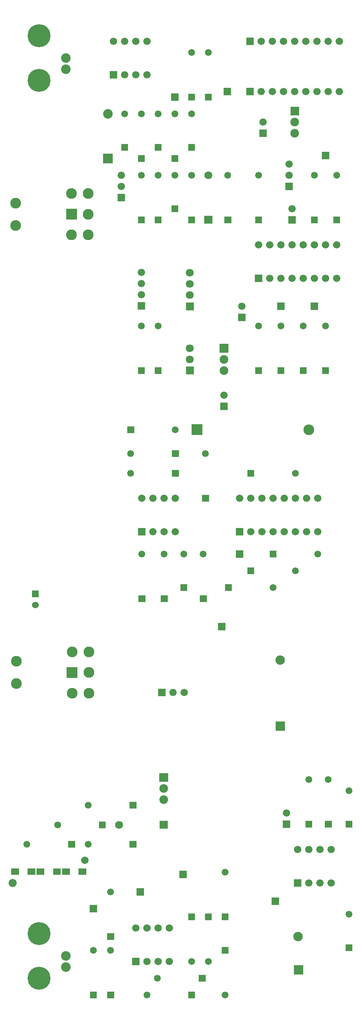
<source format=gbr>
G04 start of page 5 for group -4063 idx -4063 *
G04 Title: (unknown), componentmask *
G04 Creator: pcb 20091103 *
G04 CreationDate: Mon Oct  4 16:31:00 2010 UTC *
G04 For: fosse *
G04 Format: Gerber/RS-274X *
G04 PCB-Dimensions: 440000 900000 *
G04 PCB-Coordinate-Origin: lower left *
%MOIN*%
%FSLAX25Y25*%
%LNFRONTMASK*%
%ADD11C,0.0200*%
%ADD18C,0.0600*%
%ADD39C,0.0610*%
%ADD40C,0.0660*%
%ADD41C,0.0860*%
%ADD42C,0.2060*%
%ADD43C,0.0710*%
%ADD44C,0.0960*%
%ADD45C,0.0780*%
%ADD46C,0.0847*%
%ADD47C,0.0722*%
%ADD48C,0.0672*%
%ADD49R,0.0591X0.0591*%
G54D11*G36*
X220550Y785450D02*Y779350D01*
X226650D01*
Y785450D01*
X220550D01*
G37*
G36*
X235550Y775450D02*Y769350D01*
X241650D01*
Y775450D01*
X235550D01*
G37*
G36*
X280550Y785450D02*Y779350D01*
X286650D01*
Y785450D01*
X280550D01*
G37*
G36*
X265550Y775450D02*Y769350D01*
X271650D01*
Y775450D01*
X265550D01*
G37*
G36*
X250550Y785450D02*Y779350D01*
X256650D01*
Y785450D01*
X250550D01*
G37*
G54D39*X223600Y812400D03*
X238600D03*
X283600D03*
X268600D03*
X253600D03*
G54D11*G36*
X210300Y850700D02*Y844100D01*
X216900D01*
Y850700D01*
X210300D01*
G37*
G54D40*X213600Y877400D03*
G54D41*X171100Y852400D03*
G54D42*X147100Y842400D03*
G54D41*X171100Y862400D03*
G54D42*X147100Y882400D03*
G54D40*X223600Y847400D03*
X233600D03*
X243600D03*
Y877400D03*
X233600D03*
X223600D03*
G54D11*G36*
X204300Y776700D02*Y768100D01*
X212900D01*
Y776700D01*
X204300D01*
G37*
G54D41*X208600Y812400D03*
G54D11*G36*
X250550Y720450D02*Y714350D01*
X256650D01*
Y720450D01*
X250550D01*
G37*
G36*
X313050D02*Y714350D01*
X319150D01*
Y720450D01*
X313050D01*
G37*
G36*
X280550D02*Y714350D01*
X286650D01*
Y720450D01*
X280550D01*
G37*
G54D39*X253600Y757400D03*
X316100D03*
X283600D03*
X268600D03*
G54D11*G36*
X295050Y720950D02*Y713850D01*
X302150D01*
Y720950D01*
X295050D01*
G37*
G54D43*X298600Y757400D03*
G54D11*G36*
X265550Y730450D02*Y724350D01*
X271650D01*
Y730450D01*
X265550D01*
G37*
G36*
X295550Y830450D02*Y824350D01*
X301650D01*
Y830450D01*
X295550D01*
G37*
G36*
X312300Y835700D02*Y829100D01*
X318900D01*
Y835700D01*
X312300D01*
G37*
G36*
X280550Y830450D02*Y824350D01*
X286650D01*
Y830450D01*
X280550D01*
G37*
G36*
X265300Y830700D02*Y824100D01*
X271900D01*
Y830700D01*
X265300D01*
G37*
G54D39*X298600Y867400D03*
X283600D03*
G54D11*G36*
X217300Y740700D02*Y734100D01*
X223900D01*
Y740700D01*
X217300D01*
G37*
G54D40*X220600Y747400D03*
Y757400D03*
G54D11*G36*
X235550Y720450D02*Y714350D01*
X241650D01*
Y720450D01*
X235550D01*
G37*
G54D39*X238600Y757400D03*
G54D44*X126100Y712400D03*
Y732400D03*
G54D11*G36*
X171300Y727200D02*Y717600D01*
X180900D01*
Y727200D01*
X171300D01*
G37*
G54D44*X176100Y703900D03*
Y740900D03*
X191100Y703900D03*
Y722400D03*
Y740900D03*
G54D11*G36*
X310550Y95950D02*Y89850D01*
X316650D01*
Y95950D01*
X310550D01*
G37*
G36*
Y65950D02*Y59850D01*
X316650D01*
Y65950D01*
X310550D01*
G37*
G54D39*X313600Y22900D03*
G54D40*X243600Y52900D03*
Y82900D03*
G54D39*Y22900D03*
G54D40*X253600Y52900D03*
X263600D03*
Y82900D03*
X253600D03*
G54D39*X253100Y37900D03*
G54D11*G36*
X280550Y95950D02*Y89850D01*
X286650D01*
Y95950D01*
X280550D01*
G37*
G54D39*X283600Y52900D03*
G54D11*G36*
X290050Y40950D02*Y34850D01*
X296150D01*
Y40950D01*
X290050D01*
G37*
G36*
X280550Y25950D02*Y19850D01*
X286650D01*
Y25950D01*
X280550D01*
G37*
G36*
X295550Y95950D02*Y89850D01*
X301650D01*
Y95950D01*
X295550D01*
G37*
G54D39*X298600Y52900D03*
G54D11*G36*
X192550Y25950D02*Y19850D01*
X198650D01*
Y25950D01*
X192550D01*
G37*
G36*
X208050D02*Y19850D01*
X214150D01*
Y25950D01*
X208050D01*
G37*
G54D41*X171100Y47900D03*
G54D42*X147100Y37900D03*
G54D41*X171100Y57900D03*
G54D42*X147100Y77900D03*
G54D39*X195600Y62900D03*
X211100D03*
G54D11*G36*
X192300Y103700D02*Y97100D01*
X198900D01*
Y103700D01*
X192300D01*
G37*
G36*
X230300Y56200D02*Y49600D01*
X236900D01*
Y56200D01*
X230300D01*
G37*
G54D40*X233600Y82900D03*
G54D11*G36*
X208050Y78450D02*Y72350D01*
X214150D01*
Y78450D01*
X208050D01*
G37*
G36*
X228050Y160950D02*Y154850D01*
X234150D01*
Y160950D01*
X228050D01*
G37*
G36*
Y195950D02*Y189850D01*
X234150D01*
Y195950D01*
X228050D01*
G37*
G36*
X255050Y178950D02*Y171850D01*
X262150D01*
Y178950D01*
X255050D01*
G37*
G36*
X272800Y134200D02*Y127600D01*
X279400D01*
Y134200D01*
X272800D01*
G37*
G36*
X254700Y221800D02*Y214000D01*
X262500D01*
Y221800D01*
X254700D01*
G37*
G54D45*X258600Y207900D03*
Y197900D03*
G54D11*G36*
X421550Y178950D02*Y172850D01*
X427650D01*
Y178950D01*
X421550D01*
G37*
G36*
X385550D02*Y172850D01*
X391650D01*
Y178950D01*
X385550D01*
G37*
G36*
X403050D02*Y172850D01*
X409150D01*
Y178950D01*
X403050D01*
G37*
G36*
X365300Y179200D02*Y172600D01*
X371900D01*
Y179200D01*
X365300D01*
G37*
G54D40*X368600Y185900D03*
G54D39*X424600Y205900D03*
X388600Y215900D03*
X406100D03*
G54D11*G36*
X358863Y268110D02*Y259636D01*
X367337D01*
Y268110D01*
X358863D01*
G37*
G54D39*X313600Y132900D03*
G54D11*G36*
X355300Y110200D02*Y103600D01*
X361900D01*
Y110200D01*
X355300D01*
G37*
G36*
X375300Y126700D02*Y120100D01*
X381900D01*
Y126700D01*
X375300D01*
G37*
G54D40*X388600Y123400D03*
X398600D03*
G54D11*G36*
X375209Y49676D02*Y41202D01*
X383683D01*
Y49676D01*
X375209D01*
G37*
G54D46*X379053Y75361D03*
G54D40*X408600Y123400D03*
G54D11*G36*
X421550Y68450D02*Y62350D01*
X427650D01*
Y68450D01*
X421550D01*
G37*
G54D39*X424600Y95400D03*
G54D40*X408600Y153400D03*
X398600D03*
X388600D03*
X378600D03*
G54D39*X191100Y157900D03*
Y192900D03*
G54D11*G36*
X200550Y178450D02*Y172350D01*
X206650D01*
Y178450D01*
X200550D01*
G37*
G54D43*X218600Y175400D03*
G54D39*X163600D03*
G54D11*G36*
X173050Y160950D02*Y154850D01*
X179150D01*
Y160950D01*
X173050D01*
G37*
G54D39*X136100Y157900D03*
G54D47*X123313Y123251D03*
G54D48*X187880Y143723D03*
G54D39*X211100Y115400D03*
G54D11*G36*
X234300Y118700D02*Y112100D01*
X240900D01*
Y118700D01*
X234300D01*
G37*
G54D40*X373600Y664900D03*
X383600D03*
X393600D03*
X403600D03*
G54D11*G36*
X340300Y668200D02*Y661600D01*
X346900D01*
Y668200D01*
X340300D01*
G37*
G54D40*X353600Y664900D03*
X363600D03*
X413600D03*
G54D11*G36*
X390300Y643200D02*Y636600D01*
X396900D01*
Y643200D01*
X390300D01*
G37*
G36*
X278550Y643450D02*Y636350D01*
X285650D01*
Y643450D01*
X278550D01*
G37*
G54D43*X282100Y649900D03*
Y659900D03*
Y669900D03*
G54D11*G36*
X235300Y643700D02*Y637100D01*
X241900D01*
Y643700D01*
X235300D01*
G37*
G54D40*X238600Y650400D03*
Y660400D03*
Y670400D03*
G54D39*Y622400D03*
X253600D03*
X343600D03*
G54D11*G36*
X325300Y633200D02*Y626600D01*
X331900D01*
Y633200D01*
X325300D01*
G37*
G54D40*X328600Y639900D03*
G54D11*G36*
X340550Y585450D02*Y579350D01*
X346650D01*
Y585450D01*
X340550D01*
G37*
G36*
X360550D02*Y579350D01*
X366650D01*
Y585450D01*
X360550D01*
G37*
G36*
X360300Y643200D02*Y636600D01*
X366900D01*
Y643200D01*
X360300D01*
G37*
G54D39*X363600Y622400D03*
G54D11*G36*
X380550Y585450D02*Y579350D01*
X386650D01*
Y585450D01*
X380550D01*
G37*
G54D39*X383600Y622400D03*
G54D11*G36*
X400550Y585450D02*Y579350D01*
X406650D01*
Y585450D01*
X400550D01*
G37*
G54D39*X403600Y622400D03*
G54D11*G36*
X308700Y606300D02*Y598500D01*
X316500D01*
Y606300D01*
X308700D01*
G37*
G54D45*X312600Y592400D03*
Y582400D03*
G54D11*G36*
X278550Y585950D02*Y578850D01*
X285650D01*
Y585950D01*
X278550D01*
G37*
G54D43*X282100Y592400D03*
Y602400D03*
G54D11*G36*
X235550Y585450D02*Y579350D01*
X241650D01*
Y585450D01*
X235550D01*
G37*
G36*
X226050Y532450D02*Y526350D01*
X232150D01*
Y532450D01*
X226050D01*
G37*
G36*
X250550Y585450D02*Y579350D01*
X256650D01*
Y585450D01*
X250550D01*
G37*
G36*
X283800Y534200D02*Y524600D01*
X293400D01*
Y534200D01*
X283800D01*
G37*
G54D39*X269100Y529400D03*
X296100Y507900D03*
G54D11*G36*
X309300Y553700D02*Y547100D01*
X315900D01*
Y553700D01*
X309300D01*
G37*
G54D40*X312600Y560400D03*
X413600Y694900D03*
G54D11*G36*
X410550Y720450D02*Y714350D01*
X416650D01*
Y720450D01*
X410550D01*
G37*
G54D39*X413600Y757400D03*
G54D40*X403600Y694900D03*
G54D11*G36*
X370300Y720700D02*Y714100D01*
X376900D01*
Y720700D01*
X370300D01*
G37*
G54D40*X373600Y727400D03*
G54D11*G36*
X367800Y750700D02*Y744100D01*
X374400D01*
Y750700D01*
X367800D01*
G37*
G36*
X390550Y720450D02*Y714350D01*
X396650D01*
Y720450D01*
X390550D01*
G37*
G54D40*X393600Y694900D03*
X383600D03*
X373600D03*
X363600D03*
X353600D03*
X343600D03*
G54D39*X393600Y757400D03*
G54D11*G36*
X400300Y778200D02*Y771600D01*
X406900D01*
Y778200D01*
X400300D01*
G37*
G36*
X344300Y798200D02*Y791600D01*
X350900D01*
Y798200D01*
X344300D01*
G37*
G54D40*X347600Y804900D03*
G54D11*G36*
X340550Y720450D02*Y714350D01*
X346650D01*
Y720450D01*
X340550D01*
G37*
G54D39*X343600Y757400D03*
G54D11*G36*
X372200Y818800D02*Y811000D01*
X380000D01*
Y818800D01*
X372200D01*
G37*
G54D45*X376100Y804900D03*
Y794900D03*
G54D40*X371100Y757400D03*
Y767400D03*
G54D11*G36*
X332800Y880700D02*Y874100D01*
X339400D01*
Y880700D01*
X332800D01*
G37*
G54D40*X346100Y877400D03*
X356100D03*
X366100D03*
X376100D03*
X386100D03*
X396100D03*
X406100D03*
X416100D03*
G54D11*G36*
X332800Y835700D02*Y829100D01*
X339400D01*
Y835700D01*
X332800D01*
G37*
G54D40*X346100Y832400D03*
X356100D03*
X366100D03*
X376100D03*
X386100D03*
X396100D03*
X406100D03*
X416100D03*
G54D11*G36*
X353550Y420950D02*Y414850D01*
X359650D01*
Y420950D01*
X353550D01*
G37*
G54D46*X363100Y322928D03*
G54D39*X356600Y387900D03*
G54D11*G36*
X307300Y356200D02*Y349600D01*
X313900D01*
Y356200D01*
X307300D01*
G37*
G36*
X291050Y380950D02*Y374850D01*
X297150D01*
Y380950D01*
X291050D01*
G37*
G54D39*X294100Y417900D03*
G54D11*G36*
X293050Y470950D02*Y464850D01*
X299150D01*
Y470950D01*
X293050D01*
G37*
G36*
X313550Y390950D02*Y384850D01*
X319650D01*
Y390950D01*
X313550D01*
G37*
G36*
X323300Y421200D02*Y414600D01*
X329900D01*
Y421200D01*
X323300D01*
G37*
G36*
X333550Y405950D02*Y399850D01*
X339650D01*
Y405950D01*
X333550D01*
G37*
G36*
X266050Y493450D02*Y487350D01*
X272150D01*
Y493450D01*
X266050D01*
G37*
G54D40*X269100Y467900D03*
X259100D03*
X249100D03*
G54D11*G36*
X266050Y510950D02*Y504850D01*
X272150D01*
Y510950D01*
X266050D01*
G37*
G54D39*X229100Y490400D03*
Y507900D03*
G54D11*G36*
X235800Y441200D02*Y434600D01*
X242400D01*
Y441200D01*
X235800D01*
G37*
G54D40*X239100Y467900D03*
G54D11*G36*
X236050Y380950D02*Y374850D01*
X242150D01*
Y380950D01*
X236050D01*
G37*
G54D39*X239100Y417900D03*
G54D40*X249100Y437900D03*
X259100D03*
X269100D03*
G54D39*X396600Y417900D03*
G54D44*X388600Y529400D03*
G54D39*X376600Y402900D03*
Y490400D03*
G54D11*G36*
X323300Y441200D02*Y434600D01*
X329900D01*
Y441200D01*
X323300D01*
G37*
G54D40*X336600Y437900D03*
X346600D03*
X356600D03*
X366600D03*
X376600D03*
X386600D03*
X396600D03*
Y467900D03*
X386600D03*
X376600D03*
X366600D03*
X356600D03*
X346600D03*
X336600D03*
X326600D03*
G54D11*G36*
X333550Y493450D02*Y487350D01*
X339650D01*
Y493450D01*
X333550D01*
G37*
G36*
X253800Y297200D02*Y290600D01*
X260400D01*
Y297200D01*
X253800D01*
G37*
G36*
X256050Y380950D02*Y374850D01*
X262150D01*
Y380950D01*
X256050D01*
G37*
G54D39*X259100Y417900D03*
G54D40*X267100Y293900D03*
X277100D03*
G54D11*G36*
X273550Y390950D02*Y384850D01*
X279650D01*
Y390950D01*
X273550D01*
G37*
G54D39*X276600Y417900D03*
G54D11*G36*
X140600Y385400D02*Y379400D01*
X146600D01*
Y385400D01*
X140600D01*
G37*
G54D18*X143600Y372400D03*
G54D44*X126600Y301900D03*
Y321900D03*
G54D11*G36*
X171800Y316700D02*Y307100D01*
X181400D01*
Y316700D01*
X171800D01*
G37*
G54D44*X191600Y311900D03*
X176600Y293400D03*
X191600D03*
X176600Y330400D03*
X191600D03*
G54D49*X147721Y133487D02*X148706D01*
X162485D02*X163470D01*
X170555D02*X171540D01*
X185319D02*X186304D01*
X124886D02*X125871D01*
X139650D02*X140635D01*
M02*

</source>
